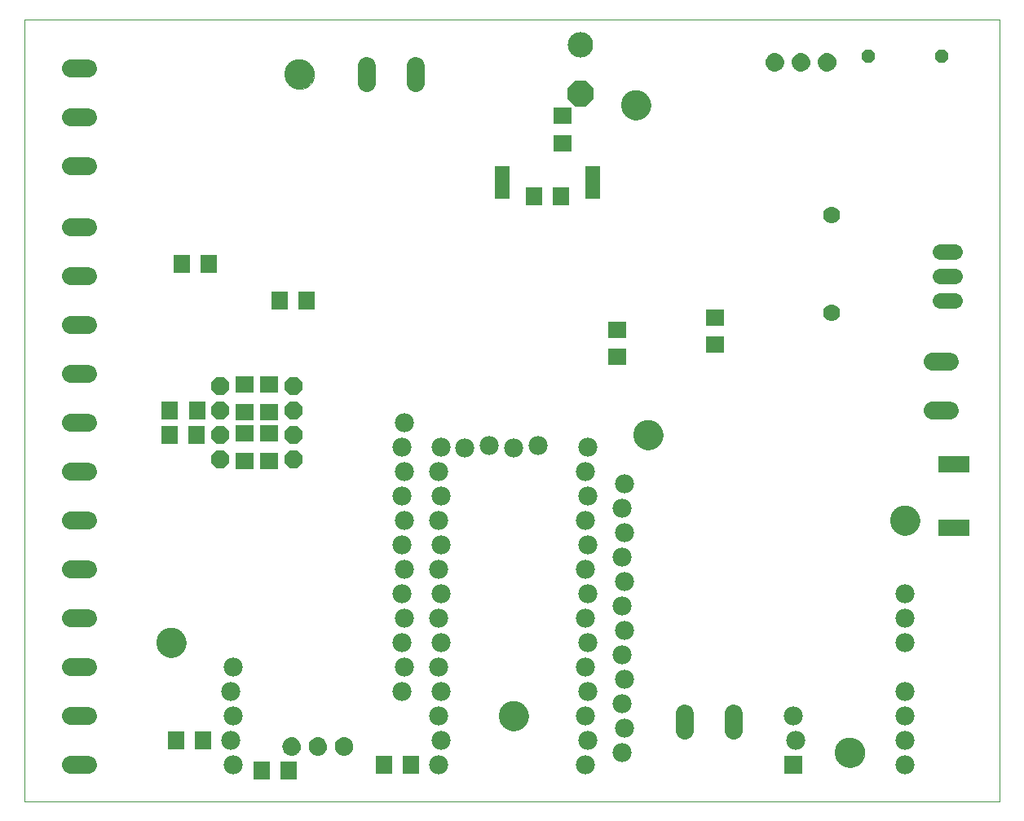
<source format=gbs>
G75*
%MOIN*%
%OFA0B0*%
%FSLAX25Y25*%
%IPPOS*%
%LPD*%
%AMOC8*
5,1,8,0,0,1.08239X$1,22.5*
%
%ADD10C,0.00000*%
%ADD11C,0.12211*%
%ADD12C,0.07450*%
%ADD13R,0.06699X0.07487*%
%ADD14R,0.07487X0.06699*%
%ADD15C,0.10400*%
%ADD16OC8,0.10400*%
%ADD17C,0.07000*%
%ADD18OC8,0.07200*%
%ADD19C,0.07800*%
%ADD20R,0.07800X0.07800*%
%ADD21C,0.06400*%
%ADD22R,0.07498X0.06699*%
%ADD23R,0.06699X0.07498*%
%ADD24C,0.00500*%
%ADD25R,0.06400X0.13786*%
%ADD26OC8,0.05600*%
%ADD27R,0.12800X0.06500*%
D10*
X0005000Y0037627D02*
X0005000Y0357588D01*
X0403701Y0357588D01*
X0403701Y0037627D01*
X0005000Y0037627D01*
X0059094Y0102627D02*
X0059096Y0102780D01*
X0059102Y0102934D01*
X0059112Y0103087D01*
X0059126Y0103239D01*
X0059144Y0103392D01*
X0059166Y0103543D01*
X0059191Y0103694D01*
X0059221Y0103845D01*
X0059255Y0103995D01*
X0059292Y0104143D01*
X0059333Y0104291D01*
X0059378Y0104437D01*
X0059427Y0104583D01*
X0059480Y0104727D01*
X0059536Y0104869D01*
X0059596Y0105010D01*
X0059660Y0105150D01*
X0059727Y0105288D01*
X0059798Y0105424D01*
X0059873Y0105558D01*
X0059950Y0105690D01*
X0060032Y0105820D01*
X0060116Y0105948D01*
X0060204Y0106074D01*
X0060295Y0106197D01*
X0060389Y0106318D01*
X0060487Y0106436D01*
X0060587Y0106552D01*
X0060691Y0106665D01*
X0060797Y0106776D01*
X0060906Y0106884D01*
X0061018Y0106989D01*
X0061132Y0107090D01*
X0061250Y0107189D01*
X0061369Y0107285D01*
X0061491Y0107378D01*
X0061616Y0107467D01*
X0061743Y0107554D01*
X0061872Y0107636D01*
X0062003Y0107716D01*
X0062136Y0107792D01*
X0062271Y0107865D01*
X0062408Y0107934D01*
X0062547Y0107999D01*
X0062687Y0108061D01*
X0062829Y0108119D01*
X0062972Y0108174D01*
X0063117Y0108225D01*
X0063263Y0108272D01*
X0063410Y0108315D01*
X0063558Y0108354D01*
X0063707Y0108390D01*
X0063857Y0108421D01*
X0064008Y0108449D01*
X0064159Y0108473D01*
X0064312Y0108493D01*
X0064464Y0108509D01*
X0064617Y0108521D01*
X0064770Y0108529D01*
X0064923Y0108533D01*
X0065077Y0108533D01*
X0065230Y0108529D01*
X0065383Y0108521D01*
X0065536Y0108509D01*
X0065688Y0108493D01*
X0065841Y0108473D01*
X0065992Y0108449D01*
X0066143Y0108421D01*
X0066293Y0108390D01*
X0066442Y0108354D01*
X0066590Y0108315D01*
X0066737Y0108272D01*
X0066883Y0108225D01*
X0067028Y0108174D01*
X0067171Y0108119D01*
X0067313Y0108061D01*
X0067453Y0107999D01*
X0067592Y0107934D01*
X0067729Y0107865D01*
X0067864Y0107792D01*
X0067997Y0107716D01*
X0068128Y0107636D01*
X0068257Y0107554D01*
X0068384Y0107467D01*
X0068509Y0107378D01*
X0068631Y0107285D01*
X0068750Y0107189D01*
X0068868Y0107090D01*
X0068982Y0106989D01*
X0069094Y0106884D01*
X0069203Y0106776D01*
X0069309Y0106665D01*
X0069413Y0106552D01*
X0069513Y0106436D01*
X0069611Y0106318D01*
X0069705Y0106197D01*
X0069796Y0106074D01*
X0069884Y0105948D01*
X0069968Y0105820D01*
X0070050Y0105690D01*
X0070127Y0105558D01*
X0070202Y0105424D01*
X0070273Y0105288D01*
X0070340Y0105150D01*
X0070404Y0105010D01*
X0070464Y0104869D01*
X0070520Y0104727D01*
X0070573Y0104583D01*
X0070622Y0104437D01*
X0070667Y0104291D01*
X0070708Y0104143D01*
X0070745Y0103995D01*
X0070779Y0103845D01*
X0070809Y0103694D01*
X0070834Y0103543D01*
X0070856Y0103392D01*
X0070874Y0103239D01*
X0070888Y0103087D01*
X0070898Y0102934D01*
X0070904Y0102780D01*
X0070906Y0102627D01*
X0070904Y0102474D01*
X0070898Y0102320D01*
X0070888Y0102167D01*
X0070874Y0102015D01*
X0070856Y0101862D01*
X0070834Y0101711D01*
X0070809Y0101560D01*
X0070779Y0101409D01*
X0070745Y0101259D01*
X0070708Y0101111D01*
X0070667Y0100963D01*
X0070622Y0100817D01*
X0070573Y0100671D01*
X0070520Y0100527D01*
X0070464Y0100385D01*
X0070404Y0100244D01*
X0070340Y0100104D01*
X0070273Y0099966D01*
X0070202Y0099830D01*
X0070127Y0099696D01*
X0070050Y0099564D01*
X0069968Y0099434D01*
X0069884Y0099306D01*
X0069796Y0099180D01*
X0069705Y0099057D01*
X0069611Y0098936D01*
X0069513Y0098818D01*
X0069413Y0098702D01*
X0069309Y0098589D01*
X0069203Y0098478D01*
X0069094Y0098370D01*
X0068982Y0098265D01*
X0068868Y0098164D01*
X0068750Y0098065D01*
X0068631Y0097969D01*
X0068509Y0097876D01*
X0068384Y0097787D01*
X0068257Y0097700D01*
X0068128Y0097618D01*
X0067997Y0097538D01*
X0067864Y0097462D01*
X0067729Y0097389D01*
X0067592Y0097320D01*
X0067453Y0097255D01*
X0067313Y0097193D01*
X0067171Y0097135D01*
X0067028Y0097080D01*
X0066883Y0097029D01*
X0066737Y0096982D01*
X0066590Y0096939D01*
X0066442Y0096900D01*
X0066293Y0096864D01*
X0066143Y0096833D01*
X0065992Y0096805D01*
X0065841Y0096781D01*
X0065688Y0096761D01*
X0065536Y0096745D01*
X0065383Y0096733D01*
X0065230Y0096725D01*
X0065077Y0096721D01*
X0064923Y0096721D01*
X0064770Y0096725D01*
X0064617Y0096733D01*
X0064464Y0096745D01*
X0064312Y0096761D01*
X0064159Y0096781D01*
X0064008Y0096805D01*
X0063857Y0096833D01*
X0063707Y0096864D01*
X0063558Y0096900D01*
X0063410Y0096939D01*
X0063263Y0096982D01*
X0063117Y0097029D01*
X0062972Y0097080D01*
X0062829Y0097135D01*
X0062687Y0097193D01*
X0062547Y0097255D01*
X0062408Y0097320D01*
X0062271Y0097389D01*
X0062136Y0097462D01*
X0062003Y0097538D01*
X0061872Y0097618D01*
X0061743Y0097700D01*
X0061616Y0097787D01*
X0061491Y0097876D01*
X0061369Y0097969D01*
X0061250Y0098065D01*
X0061132Y0098164D01*
X0061018Y0098265D01*
X0060906Y0098370D01*
X0060797Y0098478D01*
X0060691Y0098589D01*
X0060587Y0098702D01*
X0060487Y0098818D01*
X0060389Y0098936D01*
X0060295Y0099057D01*
X0060204Y0099180D01*
X0060116Y0099306D01*
X0060032Y0099434D01*
X0059950Y0099564D01*
X0059873Y0099696D01*
X0059798Y0099830D01*
X0059727Y0099966D01*
X0059660Y0100104D01*
X0059596Y0100244D01*
X0059536Y0100385D01*
X0059480Y0100527D01*
X0059427Y0100671D01*
X0059378Y0100817D01*
X0059333Y0100963D01*
X0059292Y0101111D01*
X0059255Y0101259D01*
X0059221Y0101409D01*
X0059191Y0101560D01*
X0059166Y0101711D01*
X0059144Y0101862D01*
X0059126Y0102015D01*
X0059112Y0102167D01*
X0059102Y0102320D01*
X0059096Y0102474D01*
X0059094Y0102627D01*
X0199094Y0072627D02*
X0199096Y0072780D01*
X0199102Y0072934D01*
X0199112Y0073087D01*
X0199126Y0073239D01*
X0199144Y0073392D01*
X0199166Y0073543D01*
X0199191Y0073694D01*
X0199221Y0073845D01*
X0199255Y0073995D01*
X0199292Y0074143D01*
X0199333Y0074291D01*
X0199378Y0074437D01*
X0199427Y0074583D01*
X0199480Y0074727D01*
X0199536Y0074869D01*
X0199596Y0075010D01*
X0199660Y0075150D01*
X0199727Y0075288D01*
X0199798Y0075424D01*
X0199873Y0075558D01*
X0199950Y0075690D01*
X0200032Y0075820D01*
X0200116Y0075948D01*
X0200204Y0076074D01*
X0200295Y0076197D01*
X0200389Y0076318D01*
X0200487Y0076436D01*
X0200587Y0076552D01*
X0200691Y0076665D01*
X0200797Y0076776D01*
X0200906Y0076884D01*
X0201018Y0076989D01*
X0201132Y0077090D01*
X0201250Y0077189D01*
X0201369Y0077285D01*
X0201491Y0077378D01*
X0201616Y0077467D01*
X0201743Y0077554D01*
X0201872Y0077636D01*
X0202003Y0077716D01*
X0202136Y0077792D01*
X0202271Y0077865D01*
X0202408Y0077934D01*
X0202547Y0077999D01*
X0202687Y0078061D01*
X0202829Y0078119D01*
X0202972Y0078174D01*
X0203117Y0078225D01*
X0203263Y0078272D01*
X0203410Y0078315D01*
X0203558Y0078354D01*
X0203707Y0078390D01*
X0203857Y0078421D01*
X0204008Y0078449D01*
X0204159Y0078473D01*
X0204312Y0078493D01*
X0204464Y0078509D01*
X0204617Y0078521D01*
X0204770Y0078529D01*
X0204923Y0078533D01*
X0205077Y0078533D01*
X0205230Y0078529D01*
X0205383Y0078521D01*
X0205536Y0078509D01*
X0205688Y0078493D01*
X0205841Y0078473D01*
X0205992Y0078449D01*
X0206143Y0078421D01*
X0206293Y0078390D01*
X0206442Y0078354D01*
X0206590Y0078315D01*
X0206737Y0078272D01*
X0206883Y0078225D01*
X0207028Y0078174D01*
X0207171Y0078119D01*
X0207313Y0078061D01*
X0207453Y0077999D01*
X0207592Y0077934D01*
X0207729Y0077865D01*
X0207864Y0077792D01*
X0207997Y0077716D01*
X0208128Y0077636D01*
X0208257Y0077554D01*
X0208384Y0077467D01*
X0208509Y0077378D01*
X0208631Y0077285D01*
X0208750Y0077189D01*
X0208868Y0077090D01*
X0208982Y0076989D01*
X0209094Y0076884D01*
X0209203Y0076776D01*
X0209309Y0076665D01*
X0209413Y0076552D01*
X0209513Y0076436D01*
X0209611Y0076318D01*
X0209705Y0076197D01*
X0209796Y0076074D01*
X0209884Y0075948D01*
X0209968Y0075820D01*
X0210050Y0075690D01*
X0210127Y0075558D01*
X0210202Y0075424D01*
X0210273Y0075288D01*
X0210340Y0075150D01*
X0210404Y0075010D01*
X0210464Y0074869D01*
X0210520Y0074727D01*
X0210573Y0074583D01*
X0210622Y0074437D01*
X0210667Y0074291D01*
X0210708Y0074143D01*
X0210745Y0073995D01*
X0210779Y0073845D01*
X0210809Y0073694D01*
X0210834Y0073543D01*
X0210856Y0073392D01*
X0210874Y0073239D01*
X0210888Y0073087D01*
X0210898Y0072934D01*
X0210904Y0072780D01*
X0210906Y0072627D01*
X0210904Y0072474D01*
X0210898Y0072320D01*
X0210888Y0072167D01*
X0210874Y0072015D01*
X0210856Y0071862D01*
X0210834Y0071711D01*
X0210809Y0071560D01*
X0210779Y0071409D01*
X0210745Y0071259D01*
X0210708Y0071111D01*
X0210667Y0070963D01*
X0210622Y0070817D01*
X0210573Y0070671D01*
X0210520Y0070527D01*
X0210464Y0070385D01*
X0210404Y0070244D01*
X0210340Y0070104D01*
X0210273Y0069966D01*
X0210202Y0069830D01*
X0210127Y0069696D01*
X0210050Y0069564D01*
X0209968Y0069434D01*
X0209884Y0069306D01*
X0209796Y0069180D01*
X0209705Y0069057D01*
X0209611Y0068936D01*
X0209513Y0068818D01*
X0209413Y0068702D01*
X0209309Y0068589D01*
X0209203Y0068478D01*
X0209094Y0068370D01*
X0208982Y0068265D01*
X0208868Y0068164D01*
X0208750Y0068065D01*
X0208631Y0067969D01*
X0208509Y0067876D01*
X0208384Y0067787D01*
X0208257Y0067700D01*
X0208128Y0067618D01*
X0207997Y0067538D01*
X0207864Y0067462D01*
X0207729Y0067389D01*
X0207592Y0067320D01*
X0207453Y0067255D01*
X0207313Y0067193D01*
X0207171Y0067135D01*
X0207028Y0067080D01*
X0206883Y0067029D01*
X0206737Y0066982D01*
X0206590Y0066939D01*
X0206442Y0066900D01*
X0206293Y0066864D01*
X0206143Y0066833D01*
X0205992Y0066805D01*
X0205841Y0066781D01*
X0205688Y0066761D01*
X0205536Y0066745D01*
X0205383Y0066733D01*
X0205230Y0066725D01*
X0205077Y0066721D01*
X0204923Y0066721D01*
X0204770Y0066725D01*
X0204617Y0066733D01*
X0204464Y0066745D01*
X0204312Y0066761D01*
X0204159Y0066781D01*
X0204008Y0066805D01*
X0203857Y0066833D01*
X0203707Y0066864D01*
X0203558Y0066900D01*
X0203410Y0066939D01*
X0203263Y0066982D01*
X0203117Y0067029D01*
X0202972Y0067080D01*
X0202829Y0067135D01*
X0202687Y0067193D01*
X0202547Y0067255D01*
X0202408Y0067320D01*
X0202271Y0067389D01*
X0202136Y0067462D01*
X0202003Y0067538D01*
X0201872Y0067618D01*
X0201743Y0067700D01*
X0201616Y0067787D01*
X0201491Y0067876D01*
X0201369Y0067969D01*
X0201250Y0068065D01*
X0201132Y0068164D01*
X0201018Y0068265D01*
X0200906Y0068370D01*
X0200797Y0068478D01*
X0200691Y0068589D01*
X0200587Y0068702D01*
X0200487Y0068818D01*
X0200389Y0068936D01*
X0200295Y0069057D01*
X0200204Y0069180D01*
X0200116Y0069306D01*
X0200032Y0069434D01*
X0199950Y0069564D01*
X0199873Y0069696D01*
X0199798Y0069830D01*
X0199727Y0069966D01*
X0199660Y0070104D01*
X0199596Y0070244D01*
X0199536Y0070385D01*
X0199480Y0070527D01*
X0199427Y0070671D01*
X0199378Y0070817D01*
X0199333Y0070963D01*
X0199292Y0071111D01*
X0199255Y0071259D01*
X0199221Y0071409D01*
X0199191Y0071560D01*
X0199166Y0071711D01*
X0199144Y0071862D01*
X0199126Y0072015D01*
X0199112Y0072167D01*
X0199102Y0072320D01*
X0199096Y0072474D01*
X0199094Y0072627D01*
X0254094Y0187627D02*
X0254096Y0187780D01*
X0254102Y0187934D01*
X0254112Y0188087D01*
X0254126Y0188239D01*
X0254144Y0188392D01*
X0254166Y0188543D01*
X0254191Y0188694D01*
X0254221Y0188845D01*
X0254255Y0188995D01*
X0254292Y0189143D01*
X0254333Y0189291D01*
X0254378Y0189437D01*
X0254427Y0189583D01*
X0254480Y0189727D01*
X0254536Y0189869D01*
X0254596Y0190010D01*
X0254660Y0190150D01*
X0254727Y0190288D01*
X0254798Y0190424D01*
X0254873Y0190558D01*
X0254950Y0190690D01*
X0255032Y0190820D01*
X0255116Y0190948D01*
X0255204Y0191074D01*
X0255295Y0191197D01*
X0255389Y0191318D01*
X0255487Y0191436D01*
X0255587Y0191552D01*
X0255691Y0191665D01*
X0255797Y0191776D01*
X0255906Y0191884D01*
X0256018Y0191989D01*
X0256132Y0192090D01*
X0256250Y0192189D01*
X0256369Y0192285D01*
X0256491Y0192378D01*
X0256616Y0192467D01*
X0256743Y0192554D01*
X0256872Y0192636D01*
X0257003Y0192716D01*
X0257136Y0192792D01*
X0257271Y0192865D01*
X0257408Y0192934D01*
X0257547Y0192999D01*
X0257687Y0193061D01*
X0257829Y0193119D01*
X0257972Y0193174D01*
X0258117Y0193225D01*
X0258263Y0193272D01*
X0258410Y0193315D01*
X0258558Y0193354D01*
X0258707Y0193390D01*
X0258857Y0193421D01*
X0259008Y0193449D01*
X0259159Y0193473D01*
X0259312Y0193493D01*
X0259464Y0193509D01*
X0259617Y0193521D01*
X0259770Y0193529D01*
X0259923Y0193533D01*
X0260077Y0193533D01*
X0260230Y0193529D01*
X0260383Y0193521D01*
X0260536Y0193509D01*
X0260688Y0193493D01*
X0260841Y0193473D01*
X0260992Y0193449D01*
X0261143Y0193421D01*
X0261293Y0193390D01*
X0261442Y0193354D01*
X0261590Y0193315D01*
X0261737Y0193272D01*
X0261883Y0193225D01*
X0262028Y0193174D01*
X0262171Y0193119D01*
X0262313Y0193061D01*
X0262453Y0192999D01*
X0262592Y0192934D01*
X0262729Y0192865D01*
X0262864Y0192792D01*
X0262997Y0192716D01*
X0263128Y0192636D01*
X0263257Y0192554D01*
X0263384Y0192467D01*
X0263509Y0192378D01*
X0263631Y0192285D01*
X0263750Y0192189D01*
X0263868Y0192090D01*
X0263982Y0191989D01*
X0264094Y0191884D01*
X0264203Y0191776D01*
X0264309Y0191665D01*
X0264413Y0191552D01*
X0264513Y0191436D01*
X0264611Y0191318D01*
X0264705Y0191197D01*
X0264796Y0191074D01*
X0264884Y0190948D01*
X0264968Y0190820D01*
X0265050Y0190690D01*
X0265127Y0190558D01*
X0265202Y0190424D01*
X0265273Y0190288D01*
X0265340Y0190150D01*
X0265404Y0190010D01*
X0265464Y0189869D01*
X0265520Y0189727D01*
X0265573Y0189583D01*
X0265622Y0189437D01*
X0265667Y0189291D01*
X0265708Y0189143D01*
X0265745Y0188995D01*
X0265779Y0188845D01*
X0265809Y0188694D01*
X0265834Y0188543D01*
X0265856Y0188392D01*
X0265874Y0188239D01*
X0265888Y0188087D01*
X0265898Y0187934D01*
X0265904Y0187780D01*
X0265906Y0187627D01*
X0265904Y0187474D01*
X0265898Y0187320D01*
X0265888Y0187167D01*
X0265874Y0187015D01*
X0265856Y0186862D01*
X0265834Y0186711D01*
X0265809Y0186560D01*
X0265779Y0186409D01*
X0265745Y0186259D01*
X0265708Y0186111D01*
X0265667Y0185963D01*
X0265622Y0185817D01*
X0265573Y0185671D01*
X0265520Y0185527D01*
X0265464Y0185385D01*
X0265404Y0185244D01*
X0265340Y0185104D01*
X0265273Y0184966D01*
X0265202Y0184830D01*
X0265127Y0184696D01*
X0265050Y0184564D01*
X0264968Y0184434D01*
X0264884Y0184306D01*
X0264796Y0184180D01*
X0264705Y0184057D01*
X0264611Y0183936D01*
X0264513Y0183818D01*
X0264413Y0183702D01*
X0264309Y0183589D01*
X0264203Y0183478D01*
X0264094Y0183370D01*
X0263982Y0183265D01*
X0263868Y0183164D01*
X0263750Y0183065D01*
X0263631Y0182969D01*
X0263509Y0182876D01*
X0263384Y0182787D01*
X0263257Y0182700D01*
X0263128Y0182618D01*
X0262997Y0182538D01*
X0262864Y0182462D01*
X0262729Y0182389D01*
X0262592Y0182320D01*
X0262453Y0182255D01*
X0262313Y0182193D01*
X0262171Y0182135D01*
X0262028Y0182080D01*
X0261883Y0182029D01*
X0261737Y0181982D01*
X0261590Y0181939D01*
X0261442Y0181900D01*
X0261293Y0181864D01*
X0261143Y0181833D01*
X0260992Y0181805D01*
X0260841Y0181781D01*
X0260688Y0181761D01*
X0260536Y0181745D01*
X0260383Y0181733D01*
X0260230Y0181725D01*
X0260077Y0181721D01*
X0259923Y0181721D01*
X0259770Y0181725D01*
X0259617Y0181733D01*
X0259464Y0181745D01*
X0259312Y0181761D01*
X0259159Y0181781D01*
X0259008Y0181805D01*
X0258857Y0181833D01*
X0258707Y0181864D01*
X0258558Y0181900D01*
X0258410Y0181939D01*
X0258263Y0181982D01*
X0258117Y0182029D01*
X0257972Y0182080D01*
X0257829Y0182135D01*
X0257687Y0182193D01*
X0257547Y0182255D01*
X0257408Y0182320D01*
X0257271Y0182389D01*
X0257136Y0182462D01*
X0257003Y0182538D01*
X0256872Y0182618D01*
X0256743Y0182700D01*
X0256616Y0182787D01*
X0256491Y0182876D01*
X0256369Y0182969D01*
X0256250Y0183065D01*
X0256132Y0183164D01*
X0256018Y0183265D01*
X0255906Y0183370D01*
X0255797Y0183478D01*
X0255691Y0183589D01*
X0255587Y0183702D01*
X0255487Y0183818D01*
X0255389Y0183936D01*
X0255295Y0184057D01*
X0255204Y0184180D01*
X0255116Y0184306D01*
X0255032Y0184434D01*
X0254950Y0184564D01*
X0254873Y0184696D01*
X0254798Y0184830D01*
X0254727Y0184966D01*
X0254660Y0185104D01*
X0254596Y0185244D01*
X0254536Y0185385D01*
X0254480Y0185527D01*
X0254427Y0185671D01*
X0254378Y0185817D01*
X0254333Y0185963D01*
X0254292Y0186111D01*
X0254255Y0186259D01*
X0254221Y0186409D01*
X0254191Y0186560D01*
X0254166Y0186711D01*
X0254144Y0186862D01*
X0254126Y0187015D01*
X0254112Y0187167D01*
X0254102Y0187320D01*
X0254096Y0187474D01*
X0254094Y0187627D01*
X0359094Y0152627D02*
X0359096Y0152780D01*
X0359102Y0152934D01*
X0359112Y0153087D01*
X0359126Y0153239D01*
X0359144Y0153392D01*
X0359166Y0153543D01*
X0359191Y0153694D01*
X0359221Y0153845D01*
X0359255Y0153995D01*
X0359292Y0154143D01*
X0359333Y0154291D01*
X0359378Y0154437D01*
X0359427Y0154583D01*
X0359480Y0154727D01*
X0359536Y0154869D01*
X0359596Y0155010D01*
X0359660Y0155150D01*
X0359727Y0155288D01*
X0359798Y0155424D01*
X0359873Y0155558D01*
X0359950Y0155690D01*
X0360032Y0155820D01*
X0360116Y0155948D01*
X0360204Y0156074D01*
X0360295Y0156197D01*
X0360389Y0156318D01*
X0360487Y0156436D01*
X0360587Y0156552D01*
X0360691Y0156665D01*
X0360797Y0156776D01*
X0360906Y0156884D01*
X0361018Y0156989D01*
X0361132Y0157090D01*
X0361250Y0157189D01*
X0361369Y0157285D01*
X0361491Y0157378D01*
X0361616Y0157467D01*
X0361743Y0157554D01*
X0361872Y0157636D01*
X0362003Y0157716D01*
X0362136Y0157792D01*
X0362271Y0157865D01*
X0362408Y0157934D01*
X0362547Y0157999D01*
X0362687Y0158061D01*
X0362829Y0158119D01*
X0362972Y0158174D01*
X0363117Y0158225D01*
X0363263Y0158272D01*
X0363410Y0158315D01*
X0363558Y0158354D01*
X0363707Y0158390D01*
X0363857Y0158421D01*
X0364008Y0158449D01*
X0364159Y0158473D01*
X0364312Y0158493D01*
X0364464Y0158509D01*
X0364617Y0158521D01*
X0364770Y0158529D01*
X0364923Y0158533D01*
X0365077Y0158533D01*
X0365230Y0158529D01*
X0365383Y0158521D01*
X0365536Y0158509D01*
X0365688Y0158493D01*
X0365841Y0158473D01*
X0365992Y0158449D01*
X0366143Y0158421D01*
X0366293Y0158390D01*
X0366442Y0158354D01*
X0366590Y0158315D01*
X0366737Y0158272D01*
X0366883Y0158225D01*
X0367028Y0158174D01*
X0367171Y0158119D01*
X0367313Y0158061D01*
X0367453Y0157999D01*
X0367592Y0157934D01*
X0367729Y0157865D01*
X0367864Y0157792D01*
X0367997Y0157716D01*
X0368128Y0157636D01*
X0368257Y0157554D01*
X0368384Y0157467D01*
X0368509Y0157378D01*
X0368631Y0157285D01*
X0368750Y0157189D01*
X0368868Y0157090D01*
X0368982Y0156989D01*
X0369094Y0156884D01*
X0369203Y0156776D01*
X0369309Y0156665D01*
X0369413Y0156552D01*
X0369513Y0156436D01*
X0369611Y0156318D01*
X0369705Y0156197D01*
X0369796Y0156074D01*
X0369884Y0155948D01*
X0369968Y0155820D01*
X0370050Y0155690D01*
X0370127Y0155558D01*
X0370202Y0155424D01*
X0370273Y0155288D01*
X0370340Y0155150D01*
X0370404Y0155010D01*
X0370464Y0154869D01*
X0370520Y0154727D01*
X0370573Y0154583D01*
X0370622Y0154437D01*
X0370667Y0154291D01*
X0370708Y0154143D01*
X0370745Y0153995D01*
X0370779Y0153845D01*
X0370809Y0153694D01*
X0370834Y0153543D01*
X0370856Y0153392D01*
X0370874Y0153239D01*
X0370888Y0153087D01*
X0370898Y0152934D01*
X0370904Y0152780D01*
X0370906Y0152627D01*
X0370904Y0152474D01*
X0370898Y0152320D01*
X0370888Y0152167D01*
X0370874Y0152015D01*
X0370856Y0151862D01*
X0370834Y0151711D01*
X0370809Y0151560D01*
X0370779Y0151409D01*
X0370745Y0151259D01*
X0370708Y0151111D01*
X0370667Y0150963D01*
X0370622Y0150817D01*
X0370573Y0150671D01*
X0370520Y0150527D01*
X0370464Y0150385D01*
X0370404Y0150244D01*
X0370340Y0150104D01*
X0370273Y0149966D01*
X0370202Y0149830D01*
X0370127Y0149696D01*
X0370050Y0149564D01*
X0369968Y0149434D01*
X0369884Y0149306D01*
X0369796Y0149180D01*
X0369705Y0149057D01*
X0369611Y0148936D01*
X0369513Y0148818D01*
X0369413Y0148702D01*
X0369309Y0148589D01*
X0369203Y0148478D01*
X0369094Y0148370D01*
X0368982Y0148265D01*
X0368868Y0148164D01*
X0368750Y0148065D01*
X0368631Y0147969D01*
X0368509Y0147876D01*
X0368384Y0147787D01*
X0368257Y0147700D01*
X0368128Y0147618D01*
X0367997Y0147538D01*
X0367864Y0147462D01*
X0367729Y0147389D01*
X0367592Y0147320D01*
X0367453Y0147255D01*
X0367313Y0147193D01*
X0367171Y0147135D01*
X0367028Y0147080D01*
X0366883Y0147029D01*
X0366737Y0146982D01*
X0366590Y0146939D01*
X0366442Y0146900D01*
X0366293Y0146864D01*
X0366143Y0146833D01*
X0365992Y0146805D01*
X0365841Y0146781D01*
X0365688Y0146761D01*
X0365536Y0146745D01*
X0365383Y0146733D01*
X0365230Y0146725D01*
X0365077Y0146721D01*
X0364923Y0146721D01*
X0364770Y0146725D01*
X0364617Y0146733D01*
X0364464Y0146745D01*
X0364312Y0146761D01*
X0364159Y0146781D01*
X0364008Y0146805D01*
X0363857Y0146833D01*
X0363707Y0146864D01*
X0363558Y0146900D01*
X0363410Y0146939D01*
X0363263Y0146982D01*
X0363117Y0147029D01*
X0362972Y0147080D01*
X0362829Y0147135D01*
X0362687Y0147193D01*
X0362547Y0147255D01*
X0362408Y0147320D01*
X0362271Y0147389D01*
X0362136Y0147462D01*
X0362003Y0147538D01*
X0361872Y0147618D01*
X0361743Y0147700D01*
X0361616Y0147787D01*
X0361491Y0147876D01*
X0361369Y0147969D01*
X0361250Y0148065D01*
X0361132Y0148164D01*
X0361018Y0148265D01*
X0360906Y0148370D01*
X0360797Y0148478D01*
X0360691Y0148589D01*
X0360587Y0148702D01*
X0360487Y0148818D01*
X0360389Y0148936D01*
X0360295Y0149057D01*
X0360204Y0149180D01*
X0360116Y0149306D01*
X0360032Y0149434D01*
X0359950Y0149564D01*
X0359873Y0149696D01*
X0359798Y0149830D01*
X0359727Y0149966D01*
X0359660Y0150104D01*
X0359596Y0150244D01*
X0359536Y0150385D01*
X0359480Y0150527D01*
X0359427Y0150671D01*
X0359378Y0150817D01*
X0359333Y0150963D01*
X0359292Y0151111D01*
X0359255Y0151259D01*
X0359221Y0151409D01*
X0359191Y0151560D01*
X0359166Y0151711D01*
X0359144Y0151862D01*
X0359126Y0152015D01*
X0359112Y0152167D01*
X0359102Y0152320D01*
X0359096Y0152474D01*
X0359094Y0152627D01*
X0336594Y0057627D02*
X0336596Y0057780D01*
X0336602Y0057934D01*
X0336612Y0058087D01*
X0336626Y0058239D01*
X0336644Y0058392D01*
X0336666Y0058543D01*
X0336691Y0058694D01*
X0336721Y0058845D01*
X0336755Y0058995D01*
X0336792Y0059143D01*
X0336833Y0059291D01*
X0336878Y0059437D01*
X0336927Y0059583D01*
X0336980Y0059727D01*
X0337036Y0059869D01*
X0337096Y0060010D01*
X0337160Y0060150D01*
X0337227Y0060288D01*
X0337298Y0060424D01*
X0337373Y0060558D01*
X0337450Y0060690D01*
X0337532Y0060820D01*
X0337616Y0060948D01*
X0337704Y0061074D01*
X0337795Y0061197D01*
X0337889Y0061318D01*
X0337987Y0061436D01*
X0338087Y0061552D01*
X0338191Y0061665D01*
X0338297Y0061776D01*
X0338406Y0061884D01*
X0338518Y0061989D01*
X0338632Y0062090D01*
X0338750Y0062189D01*
X0338869Y0062285D01*
X0338991Y0062378D01*
X0339116Y0062467D01*
X0339243Y0062554D01*
X0339372Y0062636D01*
X0339503Y0062716D01*
X0339636Y0062792D01*
X0339771Y0062865D01*
X0339908Y0062934D01*
X0340047Y0062999D01*
X0340187Y0063061D01*
X0340329Y0063119D01*
X0340472Y0063174D01*
X0340617Y0063225D01*
X0340763Y0063272D01*
X0340910Y0063315D01*
X0341058Y0063354D01*
X0341207Y0063390D01*
X0341357Y0063421D01*
X0341508Y0063449D01*
X0341659Y0063473D01*
X0341812Y0063493D01*
X0341964Y0063509D01*
X0342117Y0063521D01*
X0342270Y0063529D01*
X0342423Y0063533D01*
X0342577Y0063533D01*
X0342730Y0063529D01*
X0342883Y0063521D01*
X0343036Y0063509D01*
X0343188Y0063493D01*
X0343341Y0063473D01*
X0343492Y0063449D01*
X0343643Y0063421D01*
X0343793Y0063390D01*
X0343942Y0063354D01*
X0344090Y0063315D01*
X0344237Y0063272D01*
X0344383Y0063225D01*
X0344528Y0063174D01*
X0344671Y0063119D01*
X0344813Y0063061D01*
X0344953Y0062999D01*
X0345092Y0062934D01*
X0345229Y0062865D01*
X0345364Y0062792D01*
X0345497Y0062716D01*
X0345628Y0062636D01*
X0345757Y0062554D01*
X0345884Y0062467D01*
X0346009Y0062378D01*
X0346131Y0062285D01*
X0346250Y0062189D01*
X0346368Y0062090D01*
X0346482Y0061989D01*
X0346594Y0061884D01*
X0346703Y0061776D01*
X0346809Y0061665D01*
X0346913Y0061552D01*
X0347013Y0061436D01*
X0347111Y0061318D01*
X0347205Y0061197D01*
X0347296Y0061074D01*
X0347384Y0060948D01*
X0347468Y0060820D01*
X0347550Y0060690D01*
X0347627Y0060558D01*
X0347702Y0060424D01*
X0347773Y0060288D01*
X0347840Y0060150D01*
X0347904Y0060010D01*
X0347964Y0059869D01*
X0348020Y0059727D01*
X0348073Y0059583D01*
X0348122Y0059437D01*
X0348167Y0059291D01*
X0348208Y0059143D01*
X0348245Y0058995D01*
X0348279Y0058845D01*
X0348309Y0058694D01*
X0348334Y0058543D01*
X0348356Y0058392D01*
X0348374Y0058239D01*
X0348388Y0058087D01*
X0348398Y0057934D01*
X0348404Y0057780D01*
X0348406Y0057627D01*
X0348404Y0057474D01*
X0348398Y0057320D01*
X0348388Y0057167D01*
X0348374Y0057015D01*
X0348356Y0056862D01*
X0348334Y0056711D01*
X0348309Y0056560D01*
X0348279Y0056409D01*
X0348245Y0056259D01*
X0348208Y0056111D01*
X0348167Y0055963D01*
X0348122Y0055817D01*
X0348073Y0055671D01*
X0348020Y0055527D01*
X0347964Y0055385D01*
X0347904Y0055244D01*
X0347840Y0055104D01*
X0347773Y0054966D01*
X0347702Y0054830D01*
X0347627Y0054696D01*
X0347550Y0054564D01*
X0347468Y0054434D01*
X0347384Y0054306D01*
X0347296Y0054180D01*
X0347205Y0054057D01*
X0347111Y0053936D01*
X0347013Y0053818D01*
X0346913Y0053702D01*
X0346809Y0053589D01*
X0346703Y0053478D01*
X0346594Y0053370D01*
X0346482Y0053265D01*
X0346368Y0053164D01*
X0346250Y0053065D01*
X0346131Y0052969D01*
X0346009Y0052876D01*
X0345884Y0052787D01*
X0345757Y0052700D01*
X0345628Y0052618D01*
X0345497Y0052538D01*
X0345364Y0052462D01*
X0345229Y0052389D01*
X0345092Y0052320D01*
X0344953Y0052255D01*
X0344813Y0052193D01*
X0344671Y0052135D01*
X0344528Y0052080D01*
X0344383Y0052029D01*
X0344237Y0051982D01*
X0344090Y0051939D01*
X0343942Y0051900D01*
X0343793Y0051864D01*
X0343643Y0051833D01*
X0343492Y0051805D01*
X0343341Y0051781D01*
X0343188Y0051761D01*
X0343036Y0051745D01*
X0342883Y0051733D01*
X0342730Y0051725D01*
X0342577Y0051721D01*
X0342423Y0051721D01*
X0342270Y0051725D01*
X0342117Y0051733D01*
X0341964Y0051745D01*
X0341812Y0051761D01*
X0341659Y0051781D01*
X0341508Y0051805D01*
X0341357Y0051833D01*
X0341207Y0051864D01*
X0341058Y0051900D01*
X0340910Y0051939D01*
X0340763Y0051982D01*
X0340617Y0052029D01*
X0340472Y0052080D01*
X0340329Y0052135D01*
X0340187Y0052193D01*
X0340047Y0052255D01*
X0339908Y0052320D01*
X0339771Y0052389D01*
X0339636Y0052462D01*
X0339503Y0052538D01*
X0339372Y0052618D01*
X0339243Y0052700D01*
X0339116Y0052787D01*
X0338991Y0052876D01*
X0338869Y0052969D01*
X0338750Y0053065D01*
X0338632Y0053164D01*
X0338518Y0053265D01*
X0338406Y0053370D01*
X0338297Y0053478D01*
X0338191Y0053589D01*
X0338087Y0053702D01*
X0337987Y0053818D01*
X0337889Y0053936D01*
X0337795Y0054057D01*
X0337704Y0054180D01*
X0337616Y0054306D01*
X0337532Y0054434D01*
X0337450Y0054564D01*
X0337373Y0054696D01*
X0337298Y0054830D01*
X0337227Y0054966D01*
X0337160Y0055104D01*
X0337096Y0055244D01*
X0337036Y0055385D01*
X0336980Y0055527D01*
X0336927Y0055671D01*
X0336878Y0055817D01*
X0336833Y0055963D01*
X0336792Y0056111D01*
X0336755Y0056259D01*
X0336721Y0056409D01*
X0336691Y0056560D01*
X0336666Y0056711D01*
X0336644Y0056862D01*
X0336626Y0057015D01*
X0336612Y0057167D01*
X0336602Y0057320D01*
X0336596Y0057474D01*
X0336594Y0057627D01*
X0249094Y0322627D02*
X0249096Y0322780D01*
X0249102Y0322934D01*
X0249112Y0323087D01*
X0249126Y0323239D01*
X0249144Y0323392D01*
X0249166Y0323543D01*
X0249191Y0323694D01*
X0249221Y0323845D01*
X0249255Y0323995D01*
X0249292Y0324143D01*
X0249333Y0324291D01*
X0249378Y0324437D01*
X0249427Y0324583D01*
X0249480Y0324727D01*
X0249536Y0324869D01*
X0249596Y0325010D01*
X0249660Y0325150D01*
X0249727Y0325288D01*
X0249798Y0325424D01*
X0249873Y0325558D01*
X0249950Y0325690D01*
X0250032Y0325820D01*
X0250116Y0325948D01*
X0250204Y0326074D01*
X0250295Y0326197D01*
X0250389Y0326318D01*
X0250487Y0326436D01*
X0250587Y0326552D01*
X0250691Y0326665D01*
X0250797Y0326776D01*
X0250906Y0326884D01*
X0251018Y0326989D01*
X0251132Y0327090D01*
X0251250Y0327189D01*
X0251369Y0327285D01*
X0251491Y0327378D01*
X0251616Y0327467D01*
X0251743Y0327554D01*
X0251872Y0327636D01*
X0252003Y0327716D01*
X0252136Y0327792D01*
X0252271Y0327865D01*
X0252408Y0327934D01*
X0252547Y0327999D01*
X0252687Y0328061D01*
X0252829Y0328119D01*
X0252972Y0328174D01*
X0253117Y0328225D01*
X0253263Y0328272D01*
X0253410Y0328315D01*
X0253558Y0328354D01*
X0253707Y0328390D01*
X0253857Y0328421D01*
X0254008Y0328449D01*
X0254159Y0328473D01*
X0254312Y0328493D01*
X0254464Y0328509D01*
X0254617Y0328521D01*
X0254770Y0328529D01*
X0254923Y0328533D01*
X0255077Y0328533D01*
X0255230Y0328529D01*
X0255383Y0328521D01*
X0255536Y0328509D01*
X0255688Y0328493D01*
X0255841Y0328473D01*
X0255992Y0328449D01*
X0256143Y0328421D01*
X0256293Y0328390D01*
X0256442Y0328354D01*
X0256590Y0328315D01*
X0256737Y0328272D01*
X0256883Y0328225D01*
X0257028Y0328174D01*
X0257171Y0328119D01*
X0257313Y0328061D01*
X0257453Y0327999D01*
X0257592Y0327934D01*
X0257729Y0327865D01*
X0257864Y0327792D01*
X0257997Y0327716D01*
X0258128Y0327636D01*
X0258257Y0327554D01*
X0258384Y0327467D01*
X0258509Y0327378D01*
X0258631Y0327285D01*
X0258750Y0327189D01*
X0258868Y0327090D01*
X0258982Y0326989D01*
X0259094Y0326884D01*
X0259203Y0326776D01*
X0259309Y0326665D01*
X0259413Y0326552D01*
X0259513Y0326436D01*
X0259611Y0326318D01*
X0259705Y0326197D01*
X0259796Y0326074D01*
X0259884Y0325948D01*
X0259968Y0325820D01*
X0260050Y0325690D01*
X0260127Y0325558D01*
X0260202Y0325424D01*
X0260273Y0325288D01*
X0260340Y0325150D01*
X0260404Y0325010D01*
X0260464Y0324869D01*
X0260520Y0324727D01*
X0260573Y0324583D01*
X0260622Y0324437D01*
X0260667Y0324291D01*
X0260708Y0324143D01*
X0260745Y0323995D01*
X0260779Y0323845D01*
X0260809Y0323694D01*
X0260834Y0323543D01*
X0260856Y0323392D01*
X0260874Y0323239D01*
X0260888Y0323087D01*
X0260898Y0322934D01*
X0260904Y0322780D01*
X0260906Y0322627D01*
X0260904Y0322474D01*
X0260898Y0322320D01*
X0260888Y0322167D01*
X0260874Y0322015D01*
X0260856Y0321862D01*
X0260834Y0321711D01*
X0260809Y0321560D01*
X0260779Y0321409D01*
X0260745Y0321259D01*
X0260708Y0321111D01*
X0260667Y0320963D01*
X0260622Y0320817D01*
X0260573Y0320671D01*
X0260520Y0320527D01*
X0260464Y0320385D01*
X0260404Y0320244D01*
X0260340Y0320104D01*
X0260273Y0319966D01*
X0260202Y0319830D01*
X0260127Y0319696D01*
X0260050Y0319564D01*
X0259968Y0319434D01*
X0259884Y0319306D01*
X0259796Y0319180D01*
X0259705Y0319057D01*
X0259611Y0318936D01*
X0259513Y0318818D01*
X0259413Y0318702D01*
X0259309Y0318589D01*
X0259203Y0318478D01*
X0259094Y0318370D01*
X0258982Y0318265D01*
X0258868Y0318164D01*
X0258750Y0318065D01*
X0258631Y0317969D01*
X0258509Y0317876D01*
X0258384Y0317787D01*
X0258257Y0317700D01*
X0258128Y0317618D01*
X0257997Y0317538D01*
X0257864Y0317462D01*
X0257729Y0317389D01*
X0257592Y0317320D01*
X0257453Y0317255D01*
X0257313Y0317193D01*
X0257171Y0317135D01*
X0257028Y0317080D01*
X0256883Y0317029D01*
X0256737Y0316982D01*
X0256590Y0316939D01*
X0256442Y0316900D01*
X0256293Y0316864D01*
X0256143Y0316833D01*
X0255992Y0316805D01*
X0255841Y0316781D01*
X0255688Y0316761D01*
X0255536Y0316745D01*
X0255383Y0316733D01*
X0255230Y0316725D01*
X0255077Y0316721D01*
X0254923Y0316721D01*
X0254770Y0316725D01*
X0254617Y0316733D01*
X0254464Y0316745D01*
X0254312Y0316761D01*
X0254159Y0316781D01*
X0254008Y0316805D01*
X0253857Y0316833D01*
X0253707Y0316864D01*
X0253558Y0316900D01*
X0253410Y0316939D01*
X0253263Y0316982D01*
X0253117Y0317029D01*
X0252972Y0317080D01*
X0252829Y0317135D01*
X0252687Y0317193D01*
X0252547Y0317255D01*
X0252408Y0317320D01*
X0252271Y0317389D01*
X0252136Y0317462D01*
X0252003Y0317538D01*
X0251872Y0317618D01*
X0251743Y0317700D01*
X0251616Y0317787D01*
X0251491Y0317876D01*
X0251369Y0317969D01*
X0251250Y0318065D01*
X0251132Y0318164D01*
X0251018Y0318265D01*
X0250906Y0318370D01*
X0250797Y0318478D01*
X0250691Y0318589D01*
X0250587Y0318702D01*
X0250487Y0318818D01*
X0250389Y0318936D01*
X0250295Y0319057D01*
X0250204Y0319180D01*
X0250116Y0319306D01*
X0250032Y0319434D01*
X0249950Y0319564D01*
X0249873Y0319696D01*
X0249798Y0319830D01*
X0249727Y0319966D01*
X0249660Y0320104D01*
X0249596Y0320244D01*
X0249536Y0320385D01*
X0249480Y0320527D01*
X0249427Y0320671D01*
X0249378Y0320817D01*
X0249333Y0320963D01*
X0249292Y0321111D01*
X0249255Y0321259D01*
X0249221Y0321409D01*
X0249191Y0321560D01*
X0249166Y0321711D01*
X0249144Y0321862D01*
X0249126Y0322015D01*
X0249112Y0322167D01*
X0249102Y0322320D01*
X0249096Y0322474D01*
X0249094Y0322627D01*
X0111594Y0335127D02*
X0111596Y0335280D01*
X0111602Y0335434D01*
X0111612Y0335587D01*
X0111626Y0335739D01*
X0111644Y0335892D01*
X0111666Y0336043D01*
X0111691Y0336194D01*
X0111721Y0336345D01*
X0111755Y0336495D01*
X0111792Y0336643D01*
X0111833Y0336791D01*
X0111878Y0336937D01*
X0111927Y0337083D01*
X0111980Y0337227D01*
X0112036Y0337369D01*
X0112096Y0337510D01*
X0112160Y0337650D01*
X0112227Y0337788D01*
X0112298Y0337924D01*
X0112373Y0338058D01*
X0112450Y0338190D01*
X0112532Y0338320D01*
X0112616Y0338448D01*
X0112704Y0338574D01*
X0112795Y0338697D01*
X0112889Y0338818D01*
X0112987Y0338936D01*
X0113087Y0339052D01*
X0113191Y0339165D01*
X0113297Y0339276D01*
X0113406Y0339384D01*
X0113518Y0339489D01*
X0113632Y0339590D01*
X0113750Y0339689D01*
X0113869Y0339785D01*
X0113991Y0339878D01*
X0114116Y0339967D01*
X0114243Y0340054D01*
X0114372Y0340136D01*
X0114503Y0340216D01*
X0114636Y0340292D01*
X0114771Y0340365D01*
X0114908Y0340434D01*
X0115047Y0340499D01*
X0115187Y0340561D01*
X0115329Y0340619D01*
X0115472Y0340674D01*
X0115617Y0340725D01*
X0115763Y0340772D01*
X0115910Y0340815D01*
X0116058Y0340854D01*
X0116207Y0340890D01*
X0116357Y0340921D01*
X0116508Y0340949D01*
X0116659Y0340973D01*
X0116812Y0340993D01*
X0116964Y0341009D01*
X0117117Y0341021D01*
X0117270Y0341029D01*
X0117423Y0341033D01*
X0117577Y0341033D01*
X0117730Y0341029D01*
X0117883Y0341021D01*
X0118036Y0341009D01*
X0118188Y0340993D01*
X0118341Y0340973D01*
X0118492Y0340949D01*
X0118643Y0340921D01*
X0118793Y0340890D01*
X0118942Y0340854D01*
X0119090Y0340815D01*
X0119237Y0340772D01*
X0119383Y0340725D01*
X0119528Y0340674D01*
X0119671Y0340619D01*
X0119813Y0340561D01*
X0119953Y0340499D01*
X0120092Y0340434D01*
X0120229Y0340365D01*
X0120364Y0340292D01*
X0120497Y0340216D01*
X0120628Y0340136D01*
X0120757Y0340054D01*
X0120884Y0339967D01*
X0121009Y0339878D01*
X0121131Y0339785D01*
X0121250Y0339689D01*
X0121368Y0339590D01*
X0121482Y0339489D01*
X0121594Y0339384D01*
X0121703Y0339276D01*
X0121809Y0339165D01*
X0121913Y0339052D01*
X0122013Y0338936D01*
X0122111Y0338818D01*
X0122205Y0338697D01*
X0122296Y0338574D01*
X0122384Y0338448D01*
X0122468Y0338320D01*
X0122550Y0338190D01*
X0122627Y0338058D01*
X0122702Y0337924D01*
X0122773Y0337788D01*
X0122840Y0337650D01*
X0122904Y0337510D01*
X0122964Y0337369D01*
X0123020Y0337227D01*
X0123073Y0337083D01*
X0123122Y0336937D01*
X0123167Y0336791D01*
X0123208Y0336643D01*
X0123245Y0336495D01*
X0123279Y0336345D01*
X0123309Y0336194D01*
X0123334Y0336043D01*
X0123356Y0335892D01*
X0123374Y0335739D01*
X0123388Y0335587D01*
X0123398Y0335434D01*
X0123404Y0335280D01*
X0123406Y0335127D01*
X0123404Y0334974D01*
X0123398Y0334820D01*
X0123388Y0334667D01*
X0123374Y0334515D01*
X0123356Y0334362D01*
X0123334Y0334211D01*
X0123309Y0334060D01*
X0123279Y0333909D01*
X0123245Y0333759D01*
X0123208Y0333611D01*
X0123167Y0333463D01*
X0123122Y0333317D01*
X0123073Y0333171D01*
X0123020Y0333027D01*
X0122964Y0332885D01*
X0122904Y0332744D01*
X0122840Y0332604D01*
X0122773Y0332466D01*
X0122702Y0332330D01*
X0122627Y0332196D01*
X0122550Y0332064D01*
X0122468Y0331934D01*
X0122384Y0331806D01*
X0122296Y0331680D01*
X0122205Y0331557D01*
X0122111Y0331436D01*
X0122013Y0331318D01*
X0121913Y0331202D01*
X0121809Y0331089D01*
X0121703Y0330978D01*
X0121594Y0330870D01*
X0121482Y0330765D01*
X0121368Y0330664D01*
X0121250Y0330565D01*
X0121131Y0330469D01*
X0121009Y0330376D01*
X0120884Y0330287D01*
X0120757Y0330200D01*
X0120628Y0330118D01*
X0120497Y0330038D01*
X0120364Y0329962D01*
X0120229Y0329889D01*
X0120092Y0329820D01*
X0119953Y0329755D01*
X0119813Y0329693D01*
X0119671Y0329635D01*
X0119528Y0329580D01*
X0119383Y0329529D01*
X0119237Y0329482D01*
X0119090Y0329439D01*
X0118942Y0329400D01*
X0118793Y0329364D01*
X0118643Y0329333D01*
X0118492Y0329305D01*
X0118341Y0329281D01*
X0118188Y0329261D01*
X0118036Y0329245D01*
X0117883Y0329233D01*
X0117730Y0329225D01*
X0117577Y0329221D01*
X0117423Y0329221D01*
X0117270Y0329225D01*
X0117117Y0329233D01*
X0116964Y0329245D01*
X0116812Y0329261D01*
X0116659Y0329281D01*
X0116508Y0329305D01*
X0116357Y0329333D01*
X0116207Y0329364D01*
X0116058Y0329400D01*
X0115910Y0329439D01*
X0115763Y0329482D01*
X0115617Y0329529D01*
X0115472Y0329580D01*
X0115329Y0329635D01*
X0115187Y0329693D01*
X0115047Y0329755D01*
X0114908Y0329820D01*
X0114771Y0329889D01*
X0114636Y0329962D01*
X0114503Y0330038D01*
X0114372Y0330118D01*
X0114243Y0330200D01*
X0114116Y0330287D01*
X0113991Y0330376D01*
X0113869Y0330469D01*
X0113750Y0330565D01*
X0113632Y0330664D01*
X0113518Y0330765D01*
X0113406Y0330870D01*
X0113297Y0330978D01*
X0113191Y0331089D01*
X0113087Y0331202D01*
X0112987Y0331318D01*
X0112889Y0331436D01*
X0112795Y0331557D01*
X0112704Y0331680D01*
X0112616Y0331806D01*
X0112532Y0331934D01*
X0112450Y0332064D01*
X0112373Y0332196D01*
X0112298Y0332330D01*
X0112227Y0332466D01*
X0112160Y0332604D01*
X0112096Y0332744D01*
X0112036Y0332885D01*
X0111980Y0333027D01*
X0111927Y0333171D01*
X0111878Y0333317D01*
X0111833Y0333463D01*
X0111792Y0333611D01*
X0111755Y0333759D01*
X0111721Y0333909D01*
X0111691Y0334060D01*
X0111666Y0334211D01*
X0111644Y0334362D01*
X0111626Y0334515D01*
X0111612Y0334667D01*
X0111602Y0334820D01*
X0111596Y0334974D01*
X0111594Y0335127D01*
D11*
X0117500Y0335127D03*
X0255000Y0322627D03*
X0260000Y0187627D03*
X0365000Y0152627D03*
X0342500Y0057627D03*
X0205000Y0072627D03*
X0065000Y0102627D03*
D12*
X0031025Y0112627D02*
X0023975Y0112627D01*
X0023975Y0132627D02*
X0031025Y0132627D01*
X0031025Y0152627D02*
X0023975Y0152627D01*
X0023975Y0172627D02*
X0031025Y0172627D01*
X0031025Y0192627D02*
X0023975Y0192627D01*
X0023975Y0212627D02*
X0031025Y0212627D01*
X0031025Y0232627D02*
X0023975Y0232627D01*
X0023975Y0252627D02*
X0031025Y0252627D01*
X0031025Y0272627D02*
X0023975Y0272627D01*
X0023975Y0297627D02*
X0031025Y0297627D01*
X0031025Y0317627D02*
X0023975Y0317627D01*
X0023975Y0337627D02*
X0031025Y0337627D01*
X0145000Y0338652D02*
X0145000Y0331602D01*
X0165000Y0331602D02*
X0165000Y0338652D01*
X0376475Y0217627D02*
X0383525Y0217627D01*
X0383525Y0197627D02*
X0376475Y0197627D01*
X0295000Y0073652D02*
X0295000Y0066602D01*
X0275000Y0066602D02*
X0275000Y0073652D01*
X0031025Y0072627D02*
X0023975Y0072627D01*
X0023975Y0092627D02*
X0031025Y0092627D01*
X0031025Y0052627D02*
X0023975Y0052627D01*
D13*
X0066988Y0062627D03*
X0078012Y0062627D03*
X0101988Y0050127D03*
X0113012Y0050127D03*
X0151988Y0052627D03*
X0163012Y0052627D03*
X0075512Y0187627D03*
X0064488Y0187627D03*
X0109488Y0242627D03*
X0120512Y0242627D03*
X0080512Y0257627D03*
X0069488Y0257627D03*
X0213238Y0285127D03*
X0224262Y0285127D03*
D14*
X0225000Y0307115D03*
X0225000Y0318139D03*
X0287500Y0235639D03*
X0287500Y0224615D03*
X0247500Y0219615D03*
X0247500Y0230639D03*
X0105000Y0208139D03*
X0105000Y0197115D03*
X0095000Y0188139D03*
X0095000Y0177115D03*
D15*
X0232500Y0347127D03*
D16*
X0232500Y0327127D03*
D17*
X0335000Y0277627D03*
X0335000Y0237627D03*
D18*
X0115000Y0207627D03*
X0115000Y0197627D03*
X0115000Y0187627D03*
X0115000Y0177627D03*
X0085000Y0177627D03*
X0085000Y0187627D03*
X0085000Y0197627D03*
X0085000Y0207627D03*
D19*
X0160500Y0192627D03*
X0159500Y0182627D03*
X0160500Y0172627D03*
X0159500Y0162627D03*
X0160500Y0152627D03*
X0159500Y0142627D03*
X0160500Y0132627D03*
X0159500Y0122627D03*
X0160500Y0112627D03*
X0159500Y0102627D03*
X0160500Y0092627D03*
X0159500Y0082627D03*
X0174500Y0092627D03*
X0175500Y0102627D03*
X0174500Y0112627D03*
X0175500Y0122627D03*
X0174500Y0132627D03*
X0175500Y0142627D03*
X0174500Y0152627D03*
X0175500Y0162627D03*
X0174500Y0172627D03*
X0175500Y0182627D03*
X0185000Y0182127D03*
X0195000Y0183127D03*
X0205000Y0182127D03*
X0215000Y0183127D03*
X0235500Y0182627D03*
X0234500Y0172627D03*
X0235500Y0162627D03*
X0234500Y0152627D03*
X0235500Y0142627D03*
X0234500Y0132627D03*
X0235500Y0122627D03*
X0234500Y0112627D03*
X0235500Y0102627D03*
X0234500Y0092627D03*
X0235500Y0082627D03*
X0234500Y0072627D03*
X0235500Y0062627D03*
X0234500Y0052627D03*
X0249500Y0057627D03*
X0250500Y0067627D03*
X0249500Y0077627D03*
X0250500Y0087627D03*
X0249500Y0097627D03*
X0250500Y0107627D03*
X0249500Y0117627D03*
X0250500Y0127627D03*
X0249500Y0137627D03*
X0250500Y0147627D03*
X0249500Y0157627D03*
X0250500Y0167627D03*
X0175500Y0082627D03*
X0174500Y0072627D03*
X0175500Y0062627D03*
X0174500Y0052627D03*
X0090500Y0052627D03*
X0089500Y0062627D03*
X0090500Y0072627D03*
X0089500Y0082627D03*
X0090500Y0092627D03*
X0319500Y0072627D03*
X0320500Y0062627D03*
X0365000Y0062627D03*
X0365000Y0072627D03*
X0365000Y0082627D03*
X0365000Y0102627D03*
X0365000Y0112627D03*
X0365000Y0122627D03*
X0365000Y0052627D03*
D20*
X0319500Y0052627D03*
D21*
X0379500Y0242627D02*
X0385500Y0242627D01*
X0385500Y0252627D02*
X0379500Y0252627D01*
X0379500Y0262627D02*
X0385500Y0262627D01*
D22*
X0105000Y0188225D03*
X0095000Y0197028D03*
X0095000Y0208225D03*
X0105000Y0177028D03*
D23*
X0075598Y0197627D03*
X0064402Y0197627D03*
D24*
X0112902Y0063313D02*
X0113538Y0063514D01*
X0114200Y0063587D01*
X0114892Y0063525D01*
X0115558Y0063329D01*
X0116173Y0063007D01*
X0116713Y0062571D01*
X0117158Y0062039D01*
X0117490Y0061429D01*
X0117697Y0060767D01*
X0117770Y0060076D01*
X0117689Y0059396D01*
X0117476Y0058745D01*
X0117140Y0058147D01*
X0116694Y0057627D01*
X0116155Y0057204D01*
X0115543Y0056894D01*
X0114883Y0056709D01*
X0114200Y0056657D01*
X0113533Y0056735D01*
X0112894Y0056942D01*
X0112308Y0057270D01*
X0111797Y0057706D01*
X0111381Y0058233D01*
X0111075Y0058831D01*
X0110893Y0059477D01*
X0110840Y0060147D01*
X0110897Y0060811D01*
X0111083Y0061451D01*
X0111391Y0062043D01*
X0111808Y0062563D01*
X0112318Y0062992D01*
X0112902Y0063313D01*
X0112426Y0063051D02*
X0116089Y0063051D01*
X0116729Y0062552D02*
X0111799Y0062552D01*
X0111400Y0062054D02*
X0117145Y0062054D01*
X0117421Y0061555D02*
X0111138Y0061555D01*
X0110969Y0061057D02*
X0117606Y0061057D01*
X0117719Y0060558D02*
X0110875Y0060558D01*
X0110847Y0060060D02*
X0117768Y0060060D01*
X0117709Y0059561D02*
X0110886Y0059561D01*
X0111010Y0059063D02*
X0117580Y0059063D01*
X0117374Y0058564D02*
X0111211Y0058564D01*
X0111512Y0058066D02*
X0117070Y0058066D01*
X0116617Y0057567D02*
X0111959Y0057567D01*
X0112667Y0057069D02*
X0115888Y0057069D01*
X0121808Y0058846D02*
X0121619Y0059494D01*
X0121560Y0060167D01*
X0121620Y0060828D01*
X0121808Y0061464D01*
X0122116Y0062052D01*
X0122534Y0062568D01*
X0123044Y0062993D01*
X0123627Y0063310D01*
X0124260Y0063507D01*
X0124920Y0063576D01*
X0125608Y0063512D01*
X0126270Y0063314D01*
X0126881Y0062991D01*
X0127417Y0062555D01*
X0127858Y0062023D01*
X0128186Y0061415D01*
X0128390Y0060754D01*
X0128460Y0060067D01*
X0128383Y0059397D01*
X0128178Y0058756D01*
X0127851Y0058167D01*
X0127415Y0057654D01*
X0126888Y0057235D01*
X0126289Y0056927D01*
X0125641Y0056742D01*
X0124970Y0056686D01*
X0124298Y0056759D01*
X0123654Y0056962D01*
X0123061Y0057286D01*
X0122544Y0057720D01*
X0122120Y0058247D01*
X0121808Y0058846D01*
X0121745Y0059063D02*
X0128276Y0059063D01*
X0128402Y0059561D02*
X0121613Y0059561D01*
X0121569Y0060060D02*
X0128459Y0060060D01*
X0128410Y0060558D02*
X0121595Y0060558D01*
X0121688Y0061057D02*
X0128296Y0061057D01*
X0128110Y0061555D02*
X0121856Y0061555D01*
X0122118Y0062054D02*
X0127832Y0062054D01*
X0127419Y0062552D02*
X0122521Y0062552D01*
X0123151Y0063051D02*
X0126768Y0063051D01*
X0125207Y0063549D02*
X0124664Y0063549D01*
X0121955Y0058564D02*
X0128071Y0058564D01*
X0127765Y0058066D02*
X0122266Y0058066D01*
X0122726Y0057567D02*
X0127306Y0057567D01*
X0126565Y0057069D02*
X0123458Y0057069D01*
X0132302Y0059524D02*
X0132250Y0060197D01*
X0132313Y0060857D01*
X0132503Y0061491D01*
X0132814Y0062077D01*
X0133233Y0062590D01*
X0133744Y0063012D01*
X0134327Y0063326D01*
X0134961Y0063520D01*
X0135620Y0063586D01*
X0136301Y0063526D01*
X0136956Y0063335D01*
X0137562Y0063019D01*
X0138094Y0062591D01*
X0138533Y0062067D01*
X0138861Y0061468D01*
X0139066Y0060816D01*
X0139140Y0060137D01*
X0139066Y0059458D01*
X0138862Y0058806D01*
X0138533Y0058207D01*
X0138095Y0057683D01*
X0137562Y0057255D01*
X0136957Y0056939D01*
X0136301Y0056747D01*
X0135620Y0056687D01*
X0134950Y0056766D01*
X0134309Y0056975D01*
X0133720Y0057305D01*
X0133208Y0057744D01*
X0132790Y0058274D01*
X0132484Y0058875D01*
X0132302Y0059524D01*
X0132299Y0059561D02*
X0139078Y0059561D01*
X0139132Y0060060D02*
X0132260Y0060060D01*
X0132284Y0060558D02*
X0139094Y0060558D01*
X0138991Y0061057D02*
X0132373Y0061057D01*
X0132537Y0061555D02*
X0138813Y0061555D01*
X0138540Y0062054D02*
X0132802Y0062054D01*
X0133202Y0062552D02*
X0138127Y0062552D01*
X0137500Y0063051D02*
X0133816Y0063051D01*
X0135255Y0063549D02*
X0136038Y0063549D01*
X0138942Y0059063D02*
X0132432Y0059063D01*
X0132642Y0058564D02*
X0138729Y0058564D01*
X0138416Y0058066D02*
X0132954Y0058066D01*
X0133414Y0057567D02*
X0137951Y0057567D01*
X0137206Y0057069D02*
X0134142Y0057069D01*
X0114616Y0063549D02*
X0113862Y0063549D01*
X0309808Y0337270D02*
X0309297Y0337706D01*
X0308881Y0338233D01*
X0308575Y0338831D01*
X0308393Y0339477D01*
X0308340Y0340147D01*
X0308397Y0340811D01*
X0308583Y0341451D01*
X0308891Y0342043D01*
X0309308Y0342563D01*
X0309818Y0342992D01*
X0310402Y0343313D01*
X0311038Y0343514D01*
X0311700Y0343587D01*
X0312392Y0343525D01*
X0313058Y0343329D01*
X0313673Y0343007D01*
X0314213Y0342571D01*
X0314658Y0342039D01*
X0314990Y0341429D01*
X0315197Y0340767D01*
X0315270Y0340076D01*
X0315189Y0339396D01*
X0314976Y0338745D01*
X0314640Y0338147D01*
X0314194Y0337627D01*
X0313655Y0337204D01*
X0313043Y0336894D01*
X0312383Y0336709D01*
X0311700Y0336657D01*
X0311033Y0336735D01*
X0310394Y0336942D01*
X0309808Y0337270D01*
X0309875Y0337232D02*
X0313691Y0337232D01*
X0314282Y0337731D02*
X0309277Y0337731D01*
X0308883Y0338229D02*
X0314686Y0338229D01*
X0314966Y0338728D02*
X0308628Y0338728D01*
X0308464Y0339226D02*
X0315133Y0339226D01*
X0315228Y0339725D02*
X0308373Y0339725D01*
X0308346Y0340223D02*
X0315255Y0340223D01*
X0315202Y0340722D02*
X0308390Y0340722D01*
X0308516Y0341220D02*
X0315055Y0341220D01*
X0314832Y0341719D02*
X0308722Y0341719D01*
X0309031Y0342217D02*
X0314508Y0342217D01*
X0314034Y0342716D02*
X0309490Y0342716D01*
X0310223Y0343214D02*
X0313277Y0343214D01*
X0319308Y0341464D02*
X0319616Y0342052D01*
X0320034Y0342568D01*
X0320544Y0342993D01*
X0321127Y0343310D01*
X0321760Y0343507D01*
X0322420Y0343576D01*
X0323108Y0343512D01*
X0323770Y0343314D01*
X0324381Y0342991D01*
X0324917Y0342555D01*
X0325358Y0342023D01*
X0325686Y0341415D01*
X0325890Y0340754D01*
X0325960Y0340067D01*
X0325883Y0339397D01*
X0325678Y0338756D01*
X0325351Y0338167D01*
X0324915Y0337654D01*
X0324388Y0337235D01*
X0323789Y0336927D01*
X0323141Y0336742D01*
X0322470Y0336686D01*
X0321798Y0336759D01*
X0321154Y0336962D01*
X0320561Y0337286D01*
X0320044Y0337720D01*
X0319620Y0338247D01*
X0319308Y0338846D01*
X0319119Y0339494D01*
X0319060Y0340167D01*
X0319120Y0340828D01*
X0319308Y0341464D01*
X0319236Y0341220D02*
X0325746Y0341220D01*
X0325893Y0340722D02*
X0319110Y0340722D01*
X0319065Y0340223D02*
X0325944Y0340223D01*
X0325921Y0339725D02*
X0319099Y0339725D01*
X0319197Y0339226D02*
X0325829Y0339226D01*
X0325662Y0338728D02*
X0319370Y0338728D01*
X0319634Y0338229D02*
X0325385Y0338229D01*
X0324980Y0337731D02*
X0320035Y0337731D01*
X0320660Y0337232D02*
X0324383Y0337232D01*
X0323045Y0336734D02*
X0322034Y0336734D01*
X0329984Y0338875D02*
X0329802Y0339524D01*
X0329750Y0340197D01*
X0329813Y0340857D01*
X0330003Y0341491D01*
X0330314Y0342077D01*
X0330733Y0342590D01*
X0331244Y0343012D01*
X0331827Y0343326D01*
X0332461Y0343520D01*
X0333120Y0343586D01*
X0333801Y0343526D01*
X0334456Y0343335D01*
X0335062Y0343019D01*
X0335594Y0342591D01*
X0336033Y0342067D01*
X0336361Y0341468D01*
X0336566Y0340816D01*
X0336640Y0340137D01*
X0336566Y0339458D01*
X0336362Y0338806D01*
X0336033Y0338207D01*
X0335595Y0337683D01*
X0335062Y0337255D01*
X0334457Y0336939D01*
X0333801Y0336747D01*
X0333120Y0336687D01*
X0332450Y0336766D01*
X0331809Y0336975D01*
X0331220Y0337305D01*
X0330708Y0337744D01*
X0330290Y0338274D01*
X0329984Y0338875D01*
X0330059Y0338728D02*
X0336319Y0338728D01*
X0336494Y0339226D02*
X0329886Y0339226D01*
X0329786Y0339725D02*
X0336595Y0339725D01*
X0336631Y0340223D02*
X0329752Y0340223D01*
X0329800Y0340722D02*
X0336577Y0340722D01*
X0336439Y0341220D02*
X0329922Y0341220D01*
X0330124Y0341719D02*
X0336224Y0341719D01*
X0335907Y0342217D02*
X0330428Y0342217D01*
X0330885Y0342716D02*
X0335439Y0342716D01*
X0334687Y0343214D02*
X0331620Y0343214D01*
X0330325Y0338229D02*
X0336046Y0338229D01*
X0335635Y0337731D02*
X0330723Y0337731D01*
X0331350Y0337232D02*
X0335019Y0337232D01*
X0333651Y0336734D02*
X0332725Y0336734D01*
X0325522Y0341719D02*
X0319442Y0341719D01*
X0319750Y0342217D02*
X0325197Y0342217D01*
X0324719Y0342716D02*
X0320211Y0342716D01*
X0320951Y0343214D02*
X0323959Y0343214D01*
X0312471Y0336734D02*
X0311045Y0336734D01*
D25*
X0237520Y0290973D03*
X0200276Y0290973D03*
D26*
X0350000Y0342627D03*
X0380000Y0342627D03*
D27*
X0385000Y0175727D03*
X0385000Y0149527D03*
M02*

</source>
